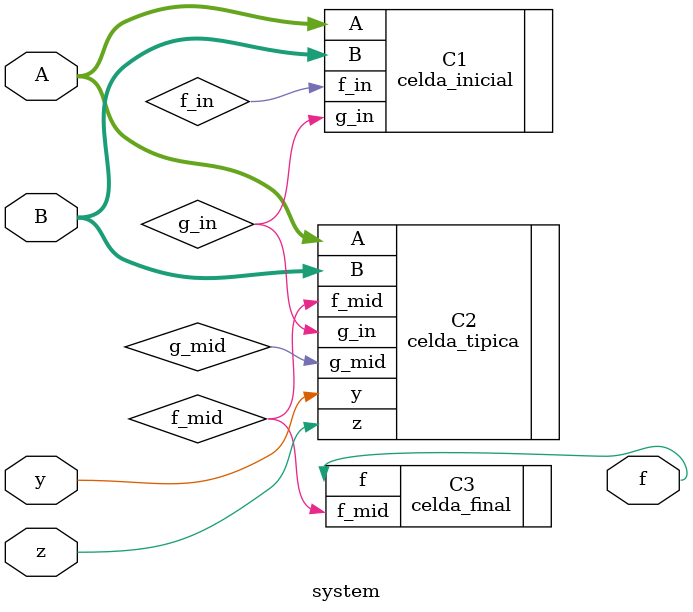
<source format=v>
`include "celda_inicial.v"
`include "celda_tipica.v"
`include "celda_final.v"

module system(
    input [2:0] A, B,
    input z, y,
    output f
);

//conexiones generadas para el cableado de cada celda
wire f_in;
wire g_in;
wire f_mid;
wire g_mid;

//instanciacion de la celda inicial
celda_inicial C1 (
    .A(A), 
    .B(B),
    .f_in(f_in),
    .g_in(g_in)
);

//instanciacion de la celda tipica
celda_tipica C2(
    .z(z),
    .y(y),
    .A(A), 
    .B(B),
    .g_in(g_in),
    .f_mid(f_mid),
    .g_mid(g_mid)
);

//instanciacion de la celda final
celda_final C3(
    .f_mid(f_mid),
    .f(f)
);

endmodule
</source>
